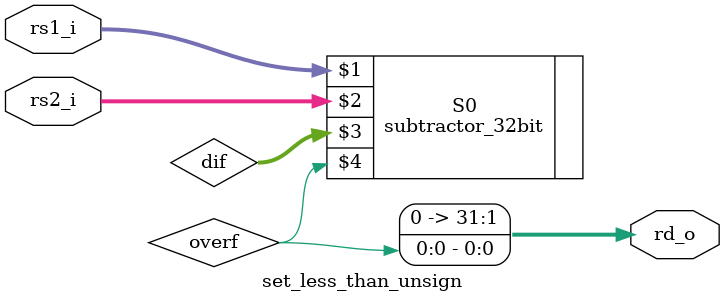
<source format=sv>
`include "../define.sv"
module set_less_than_unsign(
	input logic [31:0] rs1_i, rs2_i,
	output logic [31:0] rd_o
	);
		
	logic [31:0] dif;
	logic overf;
	
	subtractor_32bit S0(rs1_i, rs2_i, dif, overf);
	assign rd_o = {{31{1'b0}}, overf};
	
endmodule

</source>
